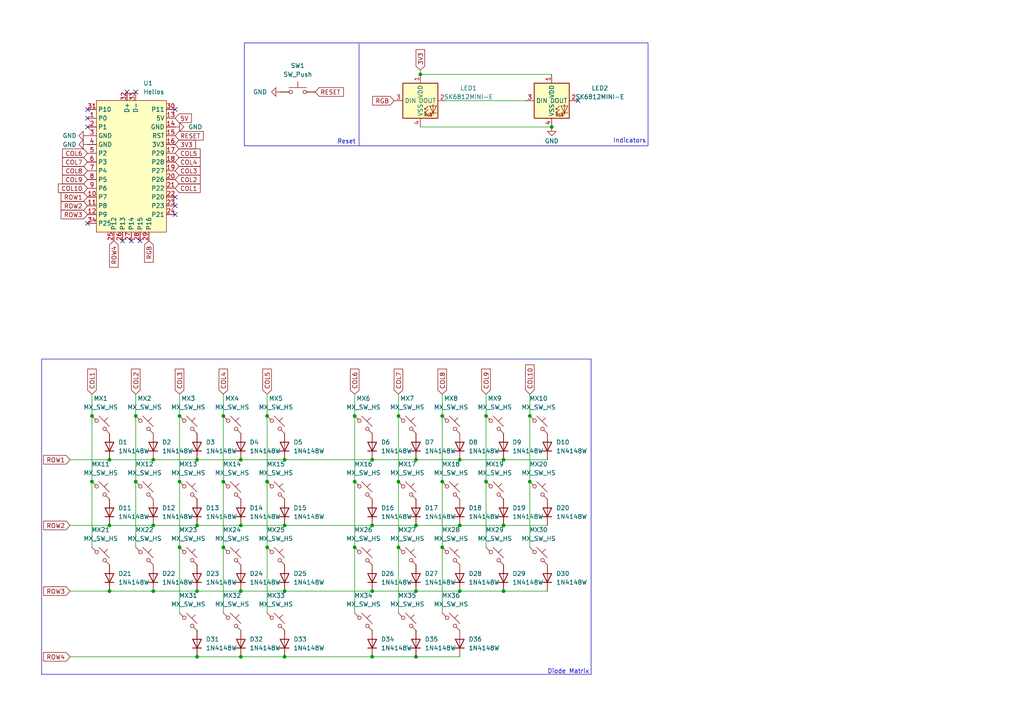
<source format=kicad_sch>
(kicad_sch (version 20231120) (generator "eeschema") (generator_version "8.0")
  (paper "A4")
  (lib_symbols
    (symbol "Diode:1N4148W" (pin_numbers hide) (pin_names hide)
      (property "Reference" "D" (at 0 2.54 0))
      (property "Value" "1N4148W" (at 0 -2.54 0))
      (symbol "1N4148W_0_1"
        (polyline (pts (xy -1.27 1.27) (xy -1.27 -1.27)) (stroke (width 0.254)))
        (polyline (pts (xy 1.27 0) (xy -1.27 0)))
        (polyline (pts (xy 1.27 1.27) (xy 1.27 -1.27) (xy -1.27 0) (xy 1.27 1.27)) (stroke (width 0.254)))
      )
      (symbol "1N4148W_1_1"
        (pin passive line (at -3.81 0 0) (length 2.54) (name "K") (number "1"))
        (pin passive line (at 3.81 0 180) (length 2.54) (name "A") (number "2"))
      )
    )
    (symbol "PCM_marbastlib-mx:MX_SW_HS_CPG151101S11" (pin_numbers hide) (pin_names (offset 1.016) hide)
      (property "Reference" "MX" (at 3.048 1.016 0))
      (property "Value" "MX_SW_HS" (at 0 -3.81 0))
      (symbol "MX_SW_HS_CPG151101S11_0_1"
        (circle (center -1.1684 1.1684) (radius 0.508))
        (polyline (pts (xy -0.508 2.54) (xy 2.54 -0.508)))
        (polyline (pts (xy 1.016 1.016) (xy 2.032 2.032)))
        (polyline (pts (xy -2.54 2.54) (xy -1.524 1.524) (xy -1.524 1.524)))
        (polyline (pts (xy 1.524 -1.524) (xy 2.54 -2.54) (xy 2.54 -2.54) (xy 2.54 -2.54)))
        (circle (center 1.143 -1.1938) (radius 0.508))
        (pin passive line (at -2.54 2.54 0) (length 0) (name "1") (number "1"))
        (pin passive line (at 2.54 -2.54 180) (length 0) (name "2") (number "2"))
      )
    )
    (symbol "PCM_marbastlib-various:SK6812MINI-E"
      (property "Reference" "LED" (at 2.54 6.35 0))
      (property "Value" "SK6812MINI-E" (at 7.62 -6.35 0))
      (symbol "SK6812MINI-E_0_0"
        (text "RGB" (at 2.286 -4.191 0) (effects (font (size 0.762 0.762))))
      )
      (symbol "SK6812MINI-E_0_1"
        (polyline (pts (xy 1.27 -3.556) (xy 1.778 -3.556)))
        (polyline (pts (xy 1.27 -2.54) (xy 1.778 -2.54)))
        (polyline (pts (xy 4.699 -3.556) (xy 2.667 -3.556)))
        (polyline (pts (xy 2.286 -2.54) (xy 1.27 -3.556) (xy 1.27 -3.048)))
        (polyline (pts (xy 2.286 -1.524) (xy 1.27 -2.54) (xy 1.27 -2.032)))
        (polyline (pts (xy 3.683 -1.016) (xy 3.683 -3.556) (xy 3.683 -4.064)))
        (polyline (pts (xy 4.699 -1.524) (xy 2.667 -1.524) (xy 3.683 -3.556) (xy 4.699 -1.524)))
        (rectangle (start 5.08 5.08) (end -5.08 -5.08) (stroke (width 0.254)) (fill (type background)))
      )
      (symbol "SK6812MINI-E_1_1"
        (pin power_in line (at 0 7.62 270) (length 2.54) (name "VDD") (number "1"))
        (pin output line (at 7.62 0 180) (length 2.54) (name "DOUT") (number "2"))
        (pin input line (at -7.62 0 0) (length 2.54) (name "DIN") (number "3"))
        (pin power_in line (at 0 -7.62 90) (length 2.54) (name "VSS") (number "4"))
      )
    )
    (symbol "Switch:SW_Push" (pin_numbers hide) (pin_names (offset 1.016) hide)
      (property "Reference" "SW" (at 1.27 2.54 0))
      (property "Value" "SW_Push" (at 0 -1.524 0))
      (symbol "SW_Push_0_1"
        (circle (center -2.032 0) (radius 0.508))
        (polyline (pts (xy 0 1.27) (xy 0 3.048)))
        (polyline (pts (xy 2.54 1.27) (xy -2.54 1.27)))
        (circle (center 2.032 0) (radius 0.508))
        (pin passive line (at -5.08 0 0) (length 2.54) (name "1") (number "1"))
        (pin passive line (at 5.08 0 180) (length 2.54) (name "2") (number "2"))
      )
    )
    (symbol "marbastlib-promicroish:Helios" (in_bom no)
      (property "Reference" "U" (at -7.62 22.86 0))
      (property "Value" "Helios" (at -7.62 20.32 0))
      (symbol "Helios_0_0"
        (pin bidirectional line (at -12.7 13.97 0) (length 2.54) (name "P0") (number "1"))
        (pin bidirectional line (at -12.7 -8.89 0) (length 2.54) (name "P7") (number "10"))
        (pin bidirectional line (at -12.7 -11.43 0) (length 2.54) (name "P8") (number "11"))
        (pin bidirectional line (at -12.7 -13.97 0) (length 2.54) (name "P9") (number "12"))
        (pin power_out line (at 12.7 11.43 180) (length 2.54) (name "GND") (number "14"))
        (pin bidirectional line (at 12.7 8.89 180) (length 2.54) (name "RST") (number "15"))
        (pin bidirectional line (at 12.7 3.81 180) (length 2.54) (name "P29") (number "17"))
        (pin bidirectional line (at 12.7 1.27 180) (length 2.54) (name "P28") (number "18"))
        (pin bidirectional line (at 12.7 -1.27 180) (length 2.54) (name "P27") (number "19"))
        (pin bidirectional line (at -12.7 11.43 0) (length 2.54) (name "P1") (number "2"))
        (pin bidirectional line (at 12.7 -3.81 180) (length 2.54) (name "P26") (number "20"))
        (pin bidirectional line (at 12.7 -6.35 180) (length 2.54) (name "P22") (number "21"))
        (pin bidirectional line (at 12.7 -8.89 180) (length 2.54) (name "P20") (number "22"))
        (pin bidirectional line (at 12.7 -11.43 180) (length 2.54) (name "P23") (number "23"))
        (pin bidirectional line (at 12.7 -13.97 180) (length 2.54) (name "P21") (number "24"))
        (pin power_out line (at -12.7 8.89 0) (length 2.54) (name "GND") (number "3"))
        (pin power_out line (at -12.7 6.35 0) (length 2.54) (name "GND") (number "4"))
        (pin bidirectional line (at -12.7 3.81 0) (length 2.54) (name "P2") (number "5"))
        (pin bidirectional line (at -12.7 1.27 0) (length 2.54) (name "P3") (number "6"))
        (pin bidirectional line (at -12.7 -1.27 0) (length 2.54) (name "P4") (number "7"))
        (pin bidirectional line (at -12.7 -3.81 0) (length 2.54) (name "P5") (number "8"))
        (pin bidirectional line (at -12.7 -6.35 0) (length 2.54) (name "P6") (number "9"))
      )
      (symbol "Helios_1_0"
        (pin bidirectional line (at 12.7 13.97 180) (length 2.54) (name "5V") (number "13"))
        (pin power_out line (at 12.7 6.35 180) (length 2.54) (name "3V3") (number "16"))
        (pin bidirectional line (at -5.08 -21.59 90) (length 2.54) (name "P12") (number "25"))
        (pin bidirectional line (at -2.54 -21.59 90) (length 2.54) (name "P13") (number "26"))
        (pin bidirectional line (at 0 -21.59 90) (length 2.54) (name "P14") (number "27"))
        (pin bidirectional line (at 2.54 -21.59 90) (length 2.54) (name "P15") (number "28"))
        (pin bidirectional line (at 5.08 -21.59 90) (length 2.54) (name "P16") (number "29"))
        (pin power_in line (at 12.7 16.51 180) (length 2.54) (name "P11") (number "30"))
        (pin bidirectional line (at -12.7 16.51 0) (length 2.54) (name "P10") (number "31"))
        (pin bidirectional line (at -1.27 21.59 270) (length 2.54) (name "D+") (number "32"))
        (pin bidirectional line (at 1.27 21.59 270) (length 2.54) (name "D-") (number "33"))
        (pin bidirectional line (at -12.7 -16.51 0) (length 2.54) (name "P25") (number "34"))
      )
      (symbol "Helios_1_1"
        (rectangle (start -10.16 19.05) (end 10.16 -19.05) (fill (type background)))
      )
    )
    (symbol "power:GND" (power) (pin_numbers hide) (pin_names (offset 0) hide)
      (property "Value" "GND" (at 0 -3.81 0))
      (symbol "GND_0_1"
        (polyline (pts (xy 0 0) (xy 0 -1.27) (xy 1.27 -1.27) (xy 0 -2.54) (xy -1.27 -1.27) (xy 0 -1.27)))
      )
      (symbol "GND_1_1"
        (pin power_in line (at 0 0 270) (length 0) (name "~") (number "1"))
      )
    )
  )
  (junction (at 64.77 158.75))
  (junction (at 77.47 158.75))
  (junction (at 26.67 120.65))
  (junction (at 39.37 120.65))
  (junction (at 57.15 190.5))
  (junction (at 160.02 36.83))
  (junction (at 107.95 171.45))
  (junction (at 133.35 171.45))
  (junction (at 69.85 171.45))
  (junction (at 57.15 152.4))
  (junction (at 140.97 139.7))
  (junction (at 146.05 133.35))
  (junction (at 44.45 133.35))
  (junction (at 52.07 120.65))
  (junction (at 146.05 171.45))
  (junction (at 120.65 133.35))
  (junction (at 52.07 158.75))
  (junction (at 39.37 139.7))
  (junction (at 77.47 120.65))
  (junction (at 82.55 171.45))
  (junction (at 153.67 120.65))
  (junction (at 107.95 133.35))
  (junction (at 115.57 120.65))
  (junction (at 31.75 133.35))
  (junction (at 153.67 139.7))
  (junction (at 140.97 120.65))
  (junction (at 120.65 152.4))
  (junction (at 31.75 171.45))
  (junction (at 128.27 139.7))
  (junction (at 115.57 139.7))
  (junction (at 57.15 133.35))
  (junction (at 102.87 139.7))
  (junction (at 115.57 158.75))
  (junction (at 77.47 139.7))
  (junction (at 107.95 152.4))
  (junction (at 102.87 158.75))
  (junction (at 107.95 190.5))
  (junction (at 31.75 152.4))
  (junction (at 121.92 21.59))
  (junction (at 120.65 190.5))
  (junction (at 102.87 120.65))
  (junction (at 133.35 133.35))
  (junction (at 120.65 171.45))
  (junction (at 52.07 139.7))
  (junction (at 26.67 139.7))
  (junction (at 64.77 120.65))
  (junction (at 82.55 133.35))
  (junction (at 128.27 120.65))
  (junction (at 69.85 133.35))
  (junction (at 82.55 152.4))
  (junction (at 128.27 158.75))
  (junction (at 69.85 152.4))
  (junction (at 82.55 190.5))
  (junction (at 64.77 139.7))
  (junction (at 133.35 152.4))
  (junction (at 146.05 152.4))
  (junction (at 69.85 190.5))
  (junction (at 57.15 171.45))
  (junction (at 44.45 171.45))
  (junction (at 44.45 152.4))
  (no_connect (at 25.4 34.29))
  (no_connect (at 25.4 64.77))
  (no_connect (at 25.4 31.75))
  (no_connect (at 39.37 26.67))
  (no_connect (at 50.8 62.23))
  (no_connect (at 50.8 57.15))
  (no_connect (at 38.1 69.85))
  (no_connect (at 50.8 59.69))
  (no_connect (at 50.8 31.75))
  (no_connect (at 35.56 69.85))
  (no_connect (at 25.4 36.83))
  (no_connect (at 167.64 29.21))
  (no_connect (at 40.64 69.85))
  (no_connect (at 36.83 26.67))
  (wire (pts (xy 153.67 120.65) (xy 153.67 139.7)))
  (wire (pts (xy 82.55 133.35) (xy 107.95 133.35)))
  (wire (pts (xy 52.07 114.3) (xy 52.07 120.65)))
  (wire (pts (xy 44.45 171.45) (xy 57.15 171.45)))
  (wire (pts (xy 153.67 139.7) (xy 153.67 158.75)))
  (wire (pts (xy 57.15 190.5) (xy 69.85 190.5)))
  (wire (pts (xy 140.97 114.3) (xy 140.97 120.65)))
  (wire (pts (xy 52.07 120.65) (xy 52.07 139.7)))
  (wire (pts (xy 102.87 114.3) (xy 102.87 120.65)))
  (wire (pts (xy 102.87 120.65) (xy 102.87 139.7)))
  (wire (pts (xy 39.37 114.3) (xy 39.37 120.65)))
  (wire (pts (xy 120.65 133.35) (xy 133.35 133.35)))
  (wire (pts (xy 69.85 152.4) (xy 82.55 152.4)))
  (wire (pts (xy 64.77 158.75) (xy 64.77 177.8)))
  (wire (pts (xy 128.27 139.7) (xy 128.27 158.75)))
  (wire (pts (xy 26.67 114.3) (xy 26.67 120.65)))
  (wire (pts (xy 69.85 133.35) (xy 82.55 133.35)))
  (wire (pts (xy 102.87 158.75) (xy 102.87 177.8)))
  (wire (pts (xy 64.77 114.3) (xy 64.77 120.65)))
  (wire (pts (xy 128.27 158.75) (xy 128.27 177.8)))
  (wire (pts (xy 64.77 139.7) (xy 64.77 158.75)))
  (wire (pts (xy 140.97 120.65) (xy 140.97 139.7)))
  (wire (pts (xy 107.95 171.45) (xy 120.65 171.45)))
  (wire (pts (xy 31.75 152.4) (xy 44.45 152.4)))
  (wire (pts (xy 140.97 139.7) (xy 140.97 158.75)))
  (wire (pts (xy 39.37 120.65) (xy 39.37 139.7)))
  (polyline (pts (xy 104.14 12.7) (xy 104.14 42.164)))
  (wire (pts (xy 20.32 133.35) (xy 31.75 133.35)))
  (wire (pts (xy 82.55 190.5) (xy 107.95 190.5)))
  (wire (pts (xy 82.55 171.45) (xy 107.95 171.45)))
  (wire (pts (xy 121.92 36.83) (xy 160.02 36.83)))
  (wire (pts (xy 44.45 133.35) (xy 57.15 133.35)))
  (wire (pts (xy 146.05 133.35) (xy 158.75 133.35)))
  (wire (pts (xy 120.65 190.5) (xy 133.35 190.5)))
  (wire (pts (xy 82.55 152.4) (xy 107.95 152.4)))
  (wire (pts (xy 52.07 139.7) (xy 52.07 158.75)))
  (wire (pts (xy 77.47 114.3) (xy 77.47 120.65)))
  (wire (pts (xy 146.05 152.4) (xy 158.75 152.4)))
  (wire (pts (xy 133.35 171.45) (xy 146.05 171.45)))
  (wire (pts (xy 57.15 171.45) (xy 69.85 171.45)))
  (wire (pts (xy 77.47 120.65) (xy 77.47 139.7)))
  (wire (pts (xy 77.47 139.7) (xy 77.47 158.75)))
  (wire (pts (xy 115.57 139.7) (xy 115.57 158.75)))
  (wire (pts (xy 133.35 133.35) (xy 146.05 133.35)))
  (wire (pts (xy 107.95 152.4) (xy 120.65 152.4)))
  (wire (pts (xy 128.27 114.3) (xy 128.27 120.65)))
  (wire (pts (xy 31.75 133.35) (xy 44.45 133.35)))
  (wire (pts (xy 107.95 190.5) (xy 120.65 190.5)))
  (wire (pts (xy 128.27 120.65) (xy 128.27 139.7)))
  (wire (pts (xy 77.47 158.75) (xy 77.47 177.8)))
  (wire (pts (xy 44.45 152.4) (xy 57.15 152.4)))
  (wire (pts (xy 20.32 190.5) (xy 57.15 190.5)))
  (wire (pts (xy 20.32 171.45) (xy 31.75 171.45)))
  (wire (pts (xy 102.87 139.7) (xy 102.87 158.75)))
  (wire (pts (xy 20.32 152.4) (xy 31.75 152.4)))
  (wire (pts (xy 64.77 120.65) (xy 64.77 139.7)))
  (wire (pts (xy 129.54 29.21) (xy 152.4 29.21)))
  (wire (pts (xy 120.65 171.45) (xy 133.35 171.45)))
  (wire (pts (xy 107.95 133.35) (xy 120.65 133.35)))
  (wire (pts (xy 120.65 152.4) (xy 133.35 152.4)))
  (wire (pts (xy 69.85 190.5) (xy 82.55 190.5)))
  (wire (pts (xy 146.05 171.45) (xy 158.75 171.45)))
  (wire (pts (xy 26.67 139.7) (xy 26.67 158.75)))
  (wire (pts (xy 115.57 158.75) (xy 115.57 177.8)))
  (wire (pts (xy 121.92 20.32) (xy 121.92 21.59)))
  (wire (pts (xy 115.57 114.3) (xy 115.57 120.65)))
  (wire (pts (xy 26.67 120.65) (xy 26.67 139.7)))
  (wire (pts (xy 31.75 171.45) (xy 44.45 171.45)))
  (wire (pts (xy 153.67 114.3) (xy 153.67 120.65)))
  (wire (pts (xy 133.35 152.4) (xy 146.05 152.4)))
  (wire (pts (xy 57.15 133.35) (xy 69.85 133.35)))
  (wire (pts (xy 121.92 21.59) (xy 160.02 21.59)))
  (wire (pts (xy 69.85 171.45) (xy 82.55 171.45)))
  (wire (pts (xy 52.07 158.75) (xy 52.07 177.8)))
  (wire (pts (xy 115.57 120.65) (xy 115.57 139.7)))
  (wire (pts (xy 39.37 139.7) (xy 39.37 158.75)))
  (wire (pts (xy 57.15 152.4) (xy 69.85 152.4)))
  (rectangle (start 70.866 12.446) (end 187.96 42.291))
  (rectangle (start 12.065 104.14) (end 171.45 195.58))
  (text "Indicators" (at 177.8 41.656 0) (effects (font (size 1.27 1.27)) (justify left bottom)))
  (text "Reset" (at 97.79 41.91 0) (effects (font (size 1.27 1.27)) (justify left bottom)))
  (text "Diode Matrix" (at 158.75 195.58 0) (effects (font (size 1.27 1.27)) (justify left bottom)))
  (global_label "COL6" (shape input) (at 102.87 114.3 90) (property "Intersheetrefs" "${INTERSHEET_REFS}" (effects (hide yes))))
  (global_label "COL1" (shape input) (at 26.67 114.3 90) (property "Intersheetrefs" "${INTERSHEET_REFS}" (effects (hide yes))))
  (global_label "3V3" (shape input) (at 50.8 41.91 0) (property "Intersheetrefs" "${INTERSHEET_REFS}" (effects (hide yes))))
  (global_label "ROW3" (shape input) (at 25.4 62.23 180) (property "Intersheetrefs" "${INTERSHEET_REFS}" (effects (hide yes))))
  (global_label "RGB" (shape input) (at 43.18 69.85 270) (property "Intersheetrefs" "${INTERSHEET_REFS}" (effects (hide yes))))
  (global_label "ROW3" (shape input) (at 20.32 171.45 180) (property "Intersheetrefs" "${INTERSHEET_REFS}" (effects (hide yes))))
  (global_label "COL1" (shape input) (at 50.8 54.61 0) (property "Intersheetrefs" "${INTERSHEET_REFS}" (effects (hide yes))))
  (global_label "COL4" (shape input) (at 50.8 46.99 0) (property "Intersheetrefs" "${INTERSHEET_REFS}" (effects (hide yes))))
  (global_label "ROW2" (shape input) (at 25.4 59.69 180) (property "Intersheetrefs" "${INTERSHEET_REFS}" (effects (hide yes))))
  (global_label "COL8" (shape input) (at 25.4 49.53 180) (property "Intersheetrefs" "${INTERSHEET_REFS}" (effects (hide yes))))
  (global_label "3V3" (shape input) (at 121.92 20.32 90) (property "Intersheetrefs" "${INTERSHEET_REFS}" (effects (hide yes))))
  (global_label "RESET" (shape input) (at 91.44 26.67 0) (property "Intersheetrefs" "${INTERSHEET_REFS}" (effects (hide yes))))
  (global_label "ROW4" (shape input) (at 20.32 190.5 180) (property "Intersheetrefs" "${INTERSHEET_REFS}" (effects (hide yes))))
  (global_label "COL10" (shape input) (at 153.67 114.3 90) (property "Intersheetrefs" "${INTERSHEET_REFS}" (effects (hide yes))))
  (global_label "COL8" (shape input) (at 128.27 114.3 90) (property "Intersheetrefs" "${INTERSHEET_REFS}" (effects (hide yes))))
  (global_label "5V" (shape input) (at 50.8 34.29 0) (property "Intersheetrefs" "${INTERSHEET_REFS}" (effects (hide yes))))
  (global_label "COL7" (shape input) (at 25.4 46.99 180) (property "Intersheetrefs" "${INTERSHEET_REFS}" (effects (hide yes))))
  (global_label "ROW1" (shape input) (at 20.32 133.35 180) (property "Intersheetrefs" "${INTERSHEET_REFS}" (effects (hide yes))))
  (global_label "COL9" (shape input) (at 140.97 114.3 90) (property "Intersheetrefs" "${INTERSHEET_REFS}" (effects (hide yes))))
  (global_label "ROW2" (shape input) (at 20.32 152.4 180) (property "Intersheetrefs" "${INTERSHEET_REFS}" (effects (hide yes))))
  (global_label "COL4" (shape input) (at 64.77 114.3 90) (property "Intersheetrefs" "${INTERSHEET_REFS}" (effects (hide yes))))
  (global_label "COL10" (shape input) (at 25.4 54.61 180) (property "Intersheetrefs" "${INTERSHEET_REFS}" (effects (hide yes))))
  (global_label "COL7" (shape input) (at 115.57 114.3 90) (property "Intersheetrefs" "${INTERSHEET_REFS}" (effects (hide yes))))
  (global_label "ROW1" (shape input) (at 25.4 57.15 180) (property "Intersheetrefs" "${INTERSHEET_REFS}" (effects (hide yes))))
  (global_label "COL5" (shape input) (at 50.8 44.45 0) (property "Intersheetrefs" "${INTERSHEET_REFS}" (effects (hide yes))))
  (global_label "COL3" (shape input) (at 52.07 114.3 90) (property "Intersheetrefs" "${INTERSHEET_REFS}" (effects (hide yes))))
  (global_label "RGB" (shape input) (at 114.3 29.21 180) (property "Intersheetrefs" "${INTERSHEET_REFS}" (effects (hide yes))))
  (global_label "COL2" (shape input) (at 50.8 52.07 0) (property "Intersheetrefs" "${INTERSHEET_REFS}" (effects (hide yes))))
  (global_label "COL6" (shape input) (at 25.4 44.45 180) (property "Intersheetrefs" "${INTERSHEET_REFS}" (effects (hide yes))))
  (global_label "COL9" (shape input) (at 25.4 52.07 180) (property "Intersheetrefs" "${INTERSHEET_REFS}" (effects (hide yes))))
  (global_label "RESET" (shape input) (at 50.8 39.37 0) (property "Intersheetrefs" "${INTERSHEET_REFS}" (effects (hide yes))))
  (global_label "COL5" (shape input) (at 77.47 114.3 90) (property "Intersheetrefs" "${INTERSHEET_REFS}" (effects (hide yes))))
  (global_label "ROW4" (shape input) (at 33.02 69.85 270) (property "Intersheetrefs" "${INTERSHEET_REFS}" (effects (hide yes))))
  (global_label "COL3" (shape input) (at 50.8 49.53 0) (property "Intersheetrefs" "${INTERSHEET_REFS}" (effects (hide yes))))
  (global_label "COL2" (shape input) (at 39.37 114.3 90) (property "Intersheetrefs" "${INTERSHEET_REFS}" (effects (hide yes))))
  (symbol (lib_id "PCM_marbastlib-mx:MX_SW_HS_CPG151101S11") (at 143.51 142.24 0) (unit 1)
    (property "Reference" "MX19" (at 143.51 134.62 0))
    (property "Value" "MX_SW_HS" (at 143.51 137.16 0))
    (property "Footprint" "PCM_marbastlib-mx:SW_MX_HS_CPG151101S11_1u" (effects (hide yes)))
    (property "Description" "Push button switch, normally open, two pins, 45° tilted, Kailh CPG151101S11 for Cherry MX style switches" (effects (hide yes)))
  )
  (symbol (lib_id "PCM_marbastlib-mx:MX_SW_HS_CPG151101S11") (at 67.31 123.19 0) (unit 1)
    (property "Reference" "MX4" (at 67.31 115.57 0))
    (property "Value" "MX_SW_HS" (at 67.31 118.11 0))
    (property "Footprint" "PCM_marbastlib-mx:SW_MX_HS_CPG151101S11_1u" (effects (hide yes)))
    (property "Description" "Push button switch, normally open, two pins, 45° tilted, Kailh CPG151101S11 for Cherry MX style switches" (effects (hide yes)))
  )
  (symbol (lib_id "Diode:1N4148W") (at 107.95 129.54 90) (unit 1)
    (property "Reference" "D6" (at 110.49 128.27 90) (effects (justify right)))
    (property "Value" "1N4148W" (at 110.49 130.81 90) (effects (justify right)))
    (property "Footprint" "Diode_SMD:D_SOD-123" (effects (hide yes)))
    (property "Datasheet" "https://www.vishay.com/docs/85748/1n4148w.pdf" (effects (hide yes)))
    (property "Description" "75V 0.15A Fast Switching Diode, SOD-123" (effects (hide yes)))
    (property "Sim.Device" "D" (effects (hide yes)))
    (property "Sim.Pins" "1=K 2=A" (effects (hide yes)))
  )
  (symbol (lib_id "PCM_marbastlib-mx:MX_SW_HS_CPG151101S11") (at 118.11 142.24 0) (unit 1)
    (property "Reference" "MX17" (at 118.11 134.62 0))
    (property "Value" "MX_SW_HS" (at 118.11 137.16 0))
    (property "Footprint" "PCM_marbastlib-mx:SW_MX_HS_CPG151101S11_1u" (effects (hide yes)))
    (property "Description" "Push button switch, normally open, two pins, 45° tilted, Kailh CPG151101S11 for Cherry MX style switches" (effects (hide yes)))
  )
  (symbol (lib_id "Diode:1N4148W") (at 44.45 129.54 90) (unit 1)
    (property "Reference" "D2" (at 46.99 128.27 90) (effects (justify right)))
    (property "Value" "1N4148W" (at 46.99 130.81 90) (effects (justify right)))
    (property "Footprint" "Diode_SMD:D_SOD-123" (effects (hide yes)))
    (property "Datasheet" "https://www.vishay.com/docs/85748/1n4148w.pdf" (effects (hide yes)))
    (property "Description" "75V 0.15A Fast Switching Diode, SOD-123" (effects (hide yes)))
    (property "Sim.Device" "D" (effects (hide yes)))
    (property "Sim.Pins" "1=K 2=A" (effects (hide yes)))
  )
  (symbol (lib_id "Diode:1N4148W") (at 82.55 148.59 90) (unit 1)
    (property "Reference" "D15" (at 85.09 147.32 90) (effects (justify right)))
    (property "Value" "1N4148W" (at 85.09 149.86 90) (effects (justify right)))
    (property "Footprint" "Diode_SMD:D_SOD-123" (effects (hide yes)))
    (property "Datasheet" "https://www.vishay.com/docs/85748/1n4148w.pdf" (effects (hide yes)))
    (property "Description" "75V 0.15A Fast Switching Diode, SOD-123" (effects (hide yes)))
    (property "Sim.Device" "D" (effects (hide yes)))
    (property "Sim.Pins" "1=K 2=A" (effects (hide yes)))
  )
  (symbol (lib_id "PCM_marbastlib-mx:MX_SW_HS_CPG151101S11") (at 54.61 161.29 0) (unit 1)
    (property "Reference" "MX23" (at 54.61 153.67 0))
    (property "Value" "MX_SW_HS" (at 54.61 156.21 0))
    (property "Footprint" "PCM_marbastlib-mx:SW_MX_HS_CPG151101S11_1u" (effects (hide yes)))
    (property "Description" "Push button switch, normally open, two pins, 45° tilted, Kailh CPG151101S11 for Cherry MX style switches" (effects (hide yes)))
  )
  (symbol (lib_id "Diode:1N4148W") (at 31.75 148.59 90) (unit 1)
    (property "Reference" "D11" (at 34.29 147.32 90) (effects (justify right)))
    (property "Value" "1N4148W" (at 34.29 149.86 90) (effects (justify right)))
    (property "Footprint" "Diode_SMD:D_SOD-123" (effects (hide yes)))
    (property "Datasheet" "https://www.vishay.com/docs/85748/1n4148w.pdf" (effects (hide yes)))
    (property "Description" "75V 0.15A Fast Switching Diode, SOD-123" (effects (hide yes)))
    (property "Sim.Device" "D" (effects (hide yes)))
    (property "Sim.Pins" "1=K 2=A" (effects (hide yes)))
  )
  (symbol (lib_id "PCM_marbastlib-mx:MX_SW_HS_CPG151101S11") (at 29.21 142.24 0) (unit 1)
    (property "Reference" "MX11" (at 29.21 134.62 0))
    (property "Value" "MX_SW_HS" (at 29.21 137.16 0))
    (property "Footprint" "PCM_marbastlib-mx:SW_MX_HS_CPG151101S11_1u" (effects (hide yes)))
    (property "Description" "Push button switch, normally open, two pins, 45° tilted, Kailh CPG151101S11 for Cherry MX style switches" (effects (hide yes)))
  )
  (symbol (lib_id "PCM_marbastlib-mx:MX_SW_HS_CPG151101S11") (at 156.21 142.24 0) (unit 1)
    (property "Reference" "MX20" (at 156.21 134.62 0))
    (property "Value" "MX_SW_HS" (at 156.21 137.16 0))
    (property "Footprint" "PCM_marbastlib-mx:SW_MX_HS_CPG151101S11_1u" (effects (hide yes)))
    (property "Description" "Push button switch, normally open, two pins, 45° tilted, Kailh CPG151101S11 for Cherry MX style switches" (effects (hide yes)))
  )
  (symbol (lib_id "PCM_marbastlib-mx:MX_SW_HS_CPG151101S11") (at 54.61 123.19 0) (unit 1)
    (property "Reference" "MX3" (at 54.61 115.57 0))
    (property "Value" "MX_SW_HS" (at 54.61 118.11 0))
    (property "Footprint" "PCM_marbastlib-mx:SW_MX_HS_CPG151101S11_1u" (effects (hide yes)))
    (property "Description" "Push button switch, normally open, two pins, 45° tilted, Kailh CPG151101S11 for Cherry MX style switches" (effects (hide yes)))
  )
  (symbol (lib_id "power:GND") (at 81.28 26.67 270) (unit 1)
    (property "Reference" "#PWR02" (effects (hide yes)))
    (property "Value" "GND" (at 77.47 26.67 90) (effects (justify right)))
    (property "Description" "Power symbol creates a global label with name \"GND\" , ground" (effects (hide yes)))
  )
  (symbol (lib_id "PCM_marbastlib-mx:MX_SW_HS_CPG151101S11") (at 80.01 180.34 0) (unit 1)
    (property "Reference" "MX33" (at 80.01 172.72 0))
    (property "Value" "MX_SW_HS" (at 80.01 175.26 0))
    (property "Footprint" "PCM_marbastlib-mx:SW_MX_HS_CPG151101S11_1u" (effects (hide yes)))
    (property "Description" "Push button switch, normally open, two pins, 45° tilted, Kailh CPG151101S11 for Cherry MX style switches" (effects (hide yes)))
  )
  (symbol (lib_id "PCM_marbastlib-mx:MX_SW_HS_CPG151101S11") (at 29.21 123.19 0) (unit 1)
    (property "Reference" "MX1" (at 29.21 115.57 0))
    (property "Value" "MX_SW_HS" (at 29.21 118.11 0))
    (property "Footprint" "PCM_marbastlib-mx:SW_MX_HS_CPG151101S11_1u" (effects (hide yes)))
    (property "Description" "Push button switch, normally open, two pins, 45° tilted, Kailh CPG151101S11 for Cherry MX style switches" (effects (hide yes)))
  )
  (symbol (lib_id "Diode:1N4148W") (at 31.75 129.54 90) (unit 1)
    (property "Reference" "D1" (at 34.29 128.27 90) (effects (justify right)))
    (property "Value" "1N4148W" (at 34.29 130.81 90) (effects (justify right)))
    (property "Footprint" "Diode_SMD:D_SOD-123" (effects (hide yes)))
    (property "Datasheet" "https://www.vishay.com/docs/85748/1n4148w.pdf" (effects (hide yes)))
    (property "Description" "75V 0.15A Fast Switching Diode, SOD-123" (effects (hide yes)))
    (property "Sim.Device" "D" (effects (hide yes)))
    (property "Sim.Pins" "1=K 2=A" (effects (hide yes)))
  )
  (symbol (lib_id "PCM_marbastlib-mx:MX_SW_HS_CPG151101S11") (at 105.41 142.24 0) (unit 1)
    (property "Reference" "MX16" (at 105.41 134.62 0))
    (property "Value" "MX_SW_HS" (at 105.41 137.16 0))
    (property "Footprint" "PCM_marbastlib-mx:SW_MX_HS_CPG151101S11_1u" (effects (hide yes)))
    (property "Description" "Push button switch, normally open, two pins, 45° tilted, Kailh CPG151101S11 for Cherry MX style switches" (effects (hide yes)))
  )
  (symbol (lib_id "marbastlib-promicroish:Helios") (at 38.1 48.26 0) (unit 1) (exclude_from_sim yes) (in_bom no)
    (property "Reference" "U1" (at 41.5641 24.13 0) (effects (justify left)))
    (property "Value" "Helios" (at 41.5641 26.67 0) (effects (justify left)))
    (property "Footprint" "PCM_marbastlib-xp-promicroish:Helios_ACH" (effects (hide yes)))
    (property "Datasheet" "https://github.com/0xCB-dev/0xCB-Helios" (effects (hide yes)))
  )
  (symbol (lib_id "Diode:1N4148W") (at 44.45 148.59 90) (unit 1)
    (property "Reference" "D12" (at 46.99 147.32 90) (effects (justify right)))
    (property "Value" "1N4148W" (at 46.99 149.86 90) (effects (justify right)))
    (property "Footprint" "Diode_SMD:D_SOD-123" (effects (hide yes)))
    (property "Datasheet" "https://www.vishay.com/docs/85748/1n4148w.pdf" (effects (hide yes)))
    (property "Description" "75V 0.15A Fast Switching Diode, SOD-123" (effects (hide yes)))
    (property "Sim.Device" "D" (effects (hide yes)))
    (property "Sim.Pins" "1=K 2=A" (effects (hide yes)))
  )
  (symbol (lib_id "Diode:1N4148W") (at 133.35 129.54 90) (unit 1)
    (property "Reference" "D8" (at 135.89 128.27 90) (effects (justify right)))
    (property "Value" "1N4148W" (at 135.89 130.81 90) (effects (justify right)))
    (property "Footprint" "Diode_SMD:D_SOD-123" (effects (hide yes)))
    (property "Datasheet" "https://www.vishay.com/docs/85748/1n4148w.pdf" (effects (hide yes)))
    (property "Description" "75V 0.15A Fast Switching Diode, SOD-123" (effects (hide yes)))
    (property "Sim.Device" "D" (effects (hide yes)))
    (property "Sim.Pins" "1=K 2=A" (effects (hide yes)))
  )
  (symbol (lib_id "Diode:1N4148W") (at 57.15 148.59 90) (unit 1)
    (property "Reference" "D13" (at 59.69 147.32 90) (effects (justify right)))
    (property "Value" "1N4148W" (at 59.69 149.86 90) (effects (justify right)))
    (property "Footprint" "Diode_SMD:D_SOD-123" (effects (hide yes)))
    (property "Datasheet" "https://www.vishay.com/docs/85748/1n4148w.pdf" (effects (hide yes)))
    (property "Description" "75V 0.15A Fast Switching Diode, SOD-123" (effects (hide yes)))
    (property "Sim.Device" "D" (effects (hide yes)))
    (property "Sim.Pins" "1=K 2=A" (effects (hide yes)))
  )
  (symbol (lib_id "Diode:1N4148W") (at 69.85 129.54 90) (unit 1)
    (property "Reference" "D4" (at 72.39 128.27 90) (effects (justify right)))
    (property "Value" "1N4148W" (at 72.39 130.81 90) (effects (justify right)))
    (property "Footprint" "Diode_SMD:D_SOD-123" (effects (hide yes)))
    (property "Datasheet" "https://www.vishay.com/docs/85748/1n4148w.pdf" (effects (hide yes)))
    (property "Description" "75V 0.15A Fast Switching Diode, SOD-123" (effects (hide yes)))
    (property "Sim.Device" "D" (effects (hide yes)))
    (property "Sim.Pins" "1=K 2=A" (effects (hide yes)))
  )
  (symbol (lib_id "power:GND") (at 25.4 41.91 270) (unit 1)
    (property "Reference" "#PWR04" (effects (hide yes)))
    (property "Value" "GND" (at 22.225 41.91 90) (effects (justify right)))
    (property "Description" "Power symbol creates a global label with name \"GND\" , ground" (effects (hide yes)))
  )
  (symbol (lib_id "Diode:1N4148W") (at 107.95 148.59 90) (unit 1)
    (property "Reference" "D16" (at 110.49 147.32 90) (effects (justify right)))
    (property "Value" "1N4148W" (at 110.49 149.86 90) (effects (justify right)))
    (property "Footprint" "Diode_SMD:D_SOD-123" (effects (hide yes)))
    (property "Datasheet" "https://www.vishay.com/docs/85748/1n4148w.pdf" (effects (hide yes)))
    (property "Description" "75V 0.15A Fast Switching Diode, SOD-123" (effects (hide yes)))
    (property "Sim.Device" "D" (effects (hide yes)))
    (property "Sim.Pins" "1=K 2=A" (effects (hide yes)))
  )
  (symbol (lib_id "PCM_marbastlib-mx:MX_SW_HS_CPG151101S11") (at 156.21 161.29 0) (unit 1)
    (property "Reference" "MX30" (at 156.21 153.67 0))
    (property "Value" "MX_SW_HS" (at 156.21 156.21 0))
    (property "Footprint" "PCM_marbastlib-mx:SW_MX_HS_CPG151101S11_1u" (effects (hide yes)))
    (property "Description" "Push button switch, normally open, two pins, 45° tilted, Kailh CPG151101S11 for Cherry MX style switches" (effects (hide yes)))
  )
  (symbol (lib_id "Diode:1N4148W") (at 82.55 167.64 90) (unit 1)
    (property "Reference" "D25" (at 85.09 166.37 90) (effects (justify right)))
    (property "Value" "1N4148W" (at 85.09 168.91 90) (effects (justify right)))
    (property "Footprint" "Diode_SMD:D_SOD-123" (effects (hide yes)))
    (property "Datasheet" "https://www.vishay.com/docs/85748/1n4148w.pdf" (effects (hide yes)))
    (property "Description" "75V 0.15A Fast Switching Diode, SOD-123" (effects (hide yes)))
    (property "Sim.Device" "D" (effects (hide yes)))
    (property "Sim.Pins" "1=K 2=A" (effects (hide yes)))
  )
  (symbol (lib_id "PCM_marbastlib-mx:MX_SW_HS_CPG151101S11") (at 118.11 161.29 0) (unit 1)
    (property "Reference" "MX27" (at 118.11 153.67 0))
    (property "Value" "MX_SW_HS" (at 118.11 156.21 0))
    (property "Footprint" "PCM_marbastlib-mx:SW_MX_HS_CPG151101S11_1u" (effects (hide yes)))
    (property "Description" "Push button switch, normally open, two pins, 45° tilted, Kailh CPG151101S11 for Cherry MX style switches" (effects (hide yes)))
  )
  (symbol (lib_id "Diode:1N4148W") (at 82.55 186.69 90) (unit 1)
    (property "Reference" "D33" (at 85.09 185.42 90) (effects (justify right)))
    (property "Value" "1N4148W" (at 85.09 187.96 90) (effects (justify right)))
    (property "Footprint" "Diode_SMD:D_SOD-123" (effects (hide yes)))
    (property "Datasheet" "https://www.vishay.com/docs/85748/1n4148w.pdf" (effects (hide yes)))
    (property "Description" "75V 0.15A Fast Switching Diode, SOD-123" (effects (hide yes)))
    (property "Sim.Device" "D" (effects (hide yes)))
    (property "Sim.Pins" "1=K 2=A" (effects (hide yes)))
  )
  (symbol (lib_id "Diode:1N4148W") (at 158.75 129.54 90) (unit 1)
    (property "Reference" "D10" (at 161.29 128.27 90) (effects (justify right)))
    (property "Value" "1N4148W" (at 161.29 130.81 90) (effects (justify right)))
    (property "Footprint" "Diode_SMD:D_SOD-123" (effects (hide yes)))
    (property "Datasheet" "https://www.vishay.com/docs/85748/1n4148w.pdf" (effects (hide yes)))
    (property "Description" "75V 0.15A Fast Switching Diode, SOD-123" (effects (hide yes)))
    (property "Sim.Device" "D" (effects (hide yes)))
    (property "Sim.Pins" "1=K 2=A" (effects (hide yes)))
  )
  (symbol (lib_id "PCM_marbastlib-mx:MX_SW_HS_CPG151101S11") (at 29.21 161.29 0) (unit 1)
    (property "Reference" "MX21" (at 29.21 153.67 0))
    (property "Value" "MX_SW_HS" (at 29.21 156.21 0))
    (property "Footprint" "PCM_marbastlib-mx:SW_MX_HS_CPG151101S11_1u" (effects (hide yes)))
    (property "Description" "Push button switch, normally open, two pins, 45° tilted, Kailh CPG151101S11 for Cherry MX style switches" (effects (hide yes)))
  )
  (symbol (lib_id "Diode:1N4148W") (at 69.85 148.59 90) (unit 1)
    (property "Reference" "D14" (at 72.39 147.32 90) (effects (justify right)))
    (property "Value" "1N4148W" (at 72.39 149.86 90) (effects (justify right)))
    (property "Footprint" "Diode_SMD:D_SOD-123" (effects (hide yes)))
    (property "Datasheet" "https://www.vishay.com/docs/85748/1n4148w.pdf" (effects (hide yes)))
    (property "Description" "75V 0.15A Fast Switching Diode, SOD-123" (effects (hide yes)))
    (property "Sim.Device" "D" (effects (hide yes)))
    (property "Sim.Pins" "1=K 2=A" (effects (hide yes)))
  )
  (symbol (lib_id "PCM_marbastlib-mx:MX_SW_HS_CPG151101S11") (at 130.81 161.29 0) (unit 1)
    (property "Reference" "MX28" (at 130.81 153.67 0))
    (property "Value" "MX_SW_HS" (at 130.81 156.21 0))
    (property "Footprint" "PCM_marbastlib-mx:SW_MX_HS_CPG151101S11_1u" (effects (hide yes)))
    (property "Description" "Push button switch, normally open, two pins, 45° tilted, Kailh CPG151101S11 for Cherry MX style switches" (effects (hide yes)))
  )
  (symbol (lib_id "Diode:1N4148W") (at 57.15 129.54 90) (unit 1)
    (property "Reference" "D3" (at 59.69 128.27 90) (effects (justify right)))
    (property "Value" "1N4148W" (at 59.69 130.81 90) (effects (justify right)))
    (property "Footprint" "Diode_SMD:D_SOD-123" (effects (hide yes)))
    (property "Datasheet" "https://www.vishay.com/docs/85748/1n4148w.pdf" (effects (hide yes)))
    (property "Description" "75V 0.15A Fast Switching Diode, SOD-123" (effects (hide yes)))
    (property "Sim.Device" "D" (effects (hide yes)))
    (property "Sim.Pins" "1=K 2=A" (effects (hide yes)))
  )
  (symbol (lib_id "PCM_marbastlib-various:SK6812MINI-E") (at 160.02 29.21 0) (unit 1)
    (property "Reference" "LED2" (at 173.99 25.562 0))
    (property "Value" "SK6812MINI-E" (at 173.99 28.102 0))
    (property "Footprint" "PCM_marbastlib-various:LED_6028R" (effects (hide yes)))
    (property "Description" "Reverse mount adressable LED (WS2812 protocol)" (effects (hide yes)))
  )
  (symbol (lib_id "Diode:1N4148W") (at 69.85 186.69 90) (unit 1)
    (property "Reference" "D32" (at 72.39 185.42 90) (effects (justify right)))
    (property "Value" "1N4148W" (at 72.39 187.96 90) (effects (justify right)))
    (property "Footprint" "Diode_SMD:D_SOD-123" (effects (hide yes)))
    (property "Datasheet" "https://www.vishay.com/docs/85748/1n4148w.pdf" (effects (hide yes)))
    (property "Description" "75V 0.15A Fast Switching Diode, SOD-123" (effects (hide yes)))
    (property "Sim.Device" "D" (effects (hide yes)))
    (property "Sim.Pins" "1=K 2=A" (effects (hide yes)))
  )
  (symbol (lib_id "Diode:1N4148W") (at 107.95 186.69 90) (unit 1)
    (property "Reference" "D34" (at 110.49 185.42 90) (effects (justify right)))
    (property "Value" "1N4148W" (at 110.49 187.96 90) (effects (justify right)))
    (property "Footprint" "Diode_SMD:D_SOD-123" (effects (hide yes)))
    (property "Datasheet" "https://www.vishay.com/docs/85748/1n4148w.pdf" (effects (hide yes)))
    (property "Description" "75V 0.15A Fast Switching Diode, SOD-123" (effects (hide yes)))
    (property "Sim.Device" "D" (effects (hide yes)))
    (property "Sim.Pins" "1=K 2=A" (effects (hide yes)))
  )
  (symbol (lib_id "PCM_marbastlib-mx:MX_SW_HS_CPG151101S11") (at 105.41 180.34 0) (unit 1)
    (property "Reference" "MX34" (at 105.41 172.72 0))
    (property "Value" "MX_SW_HS" (at 105.41 175.26 0))
    (property "Footprint" "PCM_marbastlib-mx:SW_MX_HS_CPG151101S11_1u" (effects (hide yes)))
    (property "Description" "Push button switch, normally open, two pins, 45° tilted, Kailh CPG151101S11 for Cherry MX style switches" (effects (hide yes)))
  )
  (symbol (lib_id "Diode:1N4148W") (at 57.15 186.69 90) (unit 1)
    (property "Reference" "D31" (at 59.69 185.42 90) (effects (justify right)))
    (property "Value" "1N4148W" (at 59.69 187.96 90) (effects (justify right)))
    (property "Footprint" "Diode_SMD:D_SOD-123" (effects (hide yes)))
    (property "Datasheet" "https://www.vishay.com/docs/85748/1n4148w.pdf" (effects (hide yes)))
    (property "Description" "75V 0.15A Fast Switching Diode, SOD-123" (effects (hide yes)))
    (property "Sim.Device" "D" (effects (hide yes)))
    (property "Sim.Pins" "1=K 2=A" (effects (hide yes)))
  )
  (symbol (lib_id "PCM_marbastlib-mx:MX_SW_HS_CPG151101S11") (at 130.81 180.34 0) (unit 1)
    (property "Reference" "MX36" (at 130.81 172.72 0))
    (property "Value" "MX_SW_HS" (at 130.81 175.26 0))
    (property "Footprint" "PCM_marbastlib-mx:SW_MX_HS_CPG151101S11_1u" (effects (hide yes)))
    (property "Description" "Push button switch, normally open, two pins, 45° tilted, Kailh CPG151101S11 for Cherry MX style switches" (effects (hide yes)))
  )
  (symbol (lib_id "PCM_marbastlib-mx:MX_SW_HS_CPG151101S11") (at 143.51 123.19 0) (unit 1)
    (property "Reference" "MX9" (at 143.51 115.57 0))
    (property "Value" "MX_SW_HS" (at 143.51 118.11 0))
    (property "Footprint" "PCM_marbastlib-mx:SW_MX_HS_CPG151101S11_1u" (effects (hide yes)))
    (property "Description" "Push button switch, normally open, two pins, 45° tilted, Kailh CPG151101S11 for Cherry MX style switches" (effects (hide yes)))
  )
  (symbol (lib_id "Diode:1N4148W") (at 158.75 148.59 90) (unit 1)
    (property "Reference" "D20" (at 161.29 147.32 90) (effects (justify right)))
    (property "Value" "1N4148W" (at 161.29 149.86 90) (effects (justify right)))
    (property "Footprint" "Diode_SMD:D_SOD-123" (effects (hide yes)))
    (property "Datasheet" "https://www.vishay.com/docs/85748/1n4148w.pdf" (effects (hide yes)))
    (property "Description" "75V 0.15A Fast Switching Diode, SOD-123" (effects (hide yes)))
    (property "Sim.Device" "D" (effects (hide yes)))
    (property "Sim.Pins" "1=K 2=A" (effects (hide yes)))
  )
  (symbol (lib_id "Diode:1N4148W") (at 69.85 167.64 90) (unit 1)
    (property "Reference" "D24" (at 72.39 166.37 90) (effects (justify right)))
    (property "Value" "1N4148W" (at 72.39 168.91 90) (effects (justify right)))
    (property "Footprint" "Diode_SMD:D_SOD-123" (effects (hide yes)))
    (property "Datasheet" "https://www.vishay.com/docs/85748/1n4148w.pdf" (effects (hide yes)))
    (property "Description" "75V 0.15A Fast Switching Diode, SOD-123" (effects (hide yes)))
    (property "Sim.Device" "D" (effects (hide yes)))
    (property "Sim.Pins" "1=K 2=A" (effects (hide yes)))
  )
  (symbol (lib_id "Diode:1N4148W") (at 133.35 167.64 90) (unit 1)
    (property "Reference" "D28" (at 135.89 166.37 90) (effects (justify right)))
    (property "Value" "1N4148W" (at 135.89 168.91 90) (effects (justify right)))
    (property "Footprint" "Diode_SMD:D_SOD-123" (effects (hide yes)))
    (property "Datasheet" "https://www.vishay.com/docs/85748/1n4148w.pdf" (effects (hide yes)))
    (property "Description" "75V 0.15A Fast Switching Diode, SOD-123" (effects (hide yes)))
    (property "Sim.Device" "D" (effects (hide yes)))
    (property "Sim.Pins" "1=K 2=A" (effects (hide yes)))
  )
  (symbol (lib_id "power:GND") (at 50.8 36.83 90) (unit 1)
    (property "Reference" "#PWR01" (effects (hide yes)))
    (property "Value" "GND" (at 54.61 36.83 90) (effects (justify right)))
    (property "Description" "Power symbol creates a global label with name \"GND\" , ground" (effects (hide yes)))
  )
  (symbol (lib_id "PCM_marbastlib-mx:MX_SW_HS_CPG151101S11") (at 80.01 142.24 0) (unit 1)
    (property "Reference" "MX15" (at 80.01 134.62 0))
    (property "Value" "MX_SW_HS" (at 80.01 137.16 0))
    (property "Footprint" "PCM_marbastlib-mx:SW_MX_HS_CPG151101S11_1u" (effects (hide yes)))
    (property "Description" "Push button switch, normally open, two pins, 45° tilted, Kailh CPG151101S11 for Cherry MX style switches" (effects (hide yes)))
  )
  (symbol (lib_id "PCM_marbastlib-mx:MX_SW_HS_CPG151101S11") (at 105.41 123.19 0) (unit 1)
    (property "Reference" "MX6" (at 105.41 115.57 0))
    (property "Value" "MX_SW_HS" (at 105.41 118.11 0))
    (property "Footprint" "PCM_marbastlib-mx:SW_MX_HS_CPG151101S11_1u" (effects (hide yes)))
    (property "Description" "Push button switch, normally open, two pins, 45° tilted, Kailh CPG151101S11 for Cherry MX style switches" (effects (hide yes)))
  )
  (symbol (lib_id "Diode:1N4148W") (at 146.05 129.54 90) (unit 1)
    (property "Reference" "D9" (at 148.59 128.27 90) (effects (justify right)))
    (property "Value" "1N4148W" (at 148.59 130.81 90) (effects (justify right)))
    (property "Footprint" "Diode_SMD:D_SOD-123" (effects (hide yes)))
    (property "Datasheet" "https://www.vishay.com/docs/85748/1n4148w.pdf" (effects (hide yes)))
    (property "Description" "75V 0.15A Fast Switching Diode, SOD-123" (effects (hide yes)))
    (property "Sim.Device" "D" (effects (hide yes)))
    (property "Sim.Pins" "1=K 2=A" (effects (hide yes)))
  )
  (symbol (lib_id "Diode:1N4148W") (at 146.05 148.59 90) (unit 1)
    (property "Reference" "D19" (at 148.59 147.32 90) (effects (justify right)))
    (property "Value" "1N4148W" (at 148.59 149.86 90) (effects (justify right)))
    (property "Footprint" "Diode_SMD:D_SOD-123" (effects (hide yes)))
    (property "Datasheet" "https://www.vishay.com/docs/85748/1n4148w.pdf" (effects (hide yes)))
    (property "Description" "75V 0.15A Fast Switching Diode, SOD-123" (effects (hide yes)))
    (property "Sim.Device" "D" (effects (hide yes)))
    (property "Sim.Pins" "1=K 2=A" (effects (hide yes)))
  )
  (symbol (lib_id "Diode:1N4148W") (at 44.45 167.64 90) (unit 1)
    (property "Reference" "D22" (at 46.99 166.37 90) (effects (justify right)))
    (property "Value" "1N4148W" (at 46.99 168.91 90) (effects (justify right)))
    (property "Footprint" "Diode_SMD:D_SOD-123" (effects (hide yes)))
    (property "Datasheet" "https://www.vishay.com/docs/85748/1n4148w.pdf" (effects (hide yes)))
    (property "Description" "75V 0.15A Fast Switching Diode, SOD-123" (effects (hide yes)))
    (property "Sim.Device" "D" (effects (hide yes)))
    (property "Sim.Pins" "1=K 2=A" (effects (hide yes)))
  )
  (symbol (lib_id "Diode:1N4148W") (at 133.35 186.69 90) (unit 1)
    (property "Reference" "D36" (at 135.89 185.42 90) (effects (justify right)))
    (property "Value" "1N4148W" (at 135.89 187.96 90) (effects (justify right)))
    (property "Footprint" "Diode_SMD:D_SOD-123" (effects (hide yes)))
    (property "Datasheet" "https://www.vishay.com/docs/85748/1n4148w.pdf" (effects (hide yes)))
    (property "Description" "75V 0.15A Fast Switching Diode, SOD-123" (effects (hide yes)))
    (property "Sim.Device" "D" (effects (hide yes)))
    (property "Sim.Pins" "1=K 2=A" (effects (hide yes)))
  )
  (symbol (lib_id "Diode:1N4148W") (at 120.65 148.59 90) (unit 1)
    (property "Reference" "D17" (at 123.19 147.32 90) (effects (justify right)))
    (property "Value" "1N4148W" (at 123.19 149.86 90) (effects (justify right)))
    (property "Footprint" "Diode_SMD:D_SOD-123" (effects (hide yes)))
    (property "Datasheet" "https://www.vishay.com/docs/85748/1n4148w.pdf" (effects (hide yes)))
    (property "Description" "75V 0.15A Fast Switching Diode, SOD-123" (effects (hide yes)))
    (property "Sim.Device" "D" (effects (hide yes)))
    (property "Sim.Pins" "1=K 2=A" (effects (hide yes)))
  )
  (symbol (lib_id "Diode:1N4148W") (at 120.65 186.69 90) (unit 1)
    (property "Reference" "D35" (at 123.19 185.42 90) (effects (justify right)))
    (property "Value" "1N4148W" (at 123.19 187.96 90) (effects (justify right)))
    (property "Footprint" "Diode_SMD:D_SOD-123" (effects (hide yes)))
    (property "Datasheet" "https://www.vishay.com/docs/85748/1n4148w.pdf" (effects (hide yes)))
    (property "Description" "75V 0.15A Fast Switching Diode, SOD-123" (effects (hide yes)))
    (property "Sim.Device" "D" (effects (hide yes)))
    (property "Sim.Pins" "1=K 2=A" (effects (hide yes)))
  )
  (symbol (lib_id "PCM_marbastlib-mx:MX_SW_HS_CPG151101S11") (at 41.91 142.24 0) (unit 1)
    (property "Reference" "MX12" (at 41.91 134.62 0))
    (property "Value" "MX_SW_HS" (at 41.91 137.16 0))
    (property "Footprint" "PCM_marbastlib-mx:SW_MX_HS_CPG151101S11_1u" (effects (hide yes)))
    (property "Description" "Push button switch, normally open, two pins, 45° tilted, Kailh CPG151101S11 for Cherry MX style switches" (effects (hide yes)))
  )
  (symbol (lib_id "PCM_marbastlib-mx:MX_SW_HS_CPG151101S11") (at 54.61 142.24 0) (unit 1)
    (property "Reference" "MX13" (at 54.61 134.62 0))
    (property "Value" "MX_SW_HS" (at 54.61 137.16 0))
    (property "Footprint" "PCM_marbastlib-mx:SW_MX_HS_CPG151101S11_1u" (effects (hide yes)))
    (property "Description" "Push button switch, normally open, two pins, 45° tilted, Kailh CPG151101S11 for Cherry MX style switches" (effects (hide yes)))
  )
  (symbol (lib_id "PCM_marbastlib-mx:MX_SW_HS_CPG151101S11") (at 143.51 161.29 0) (unit 1)
    (property "Reference" "MX29" (at 143.51 153.67 0))
    (property "Value" "MX_SW_HS" (at 143.51 156.21 0))
    (property "Footprint" "PCM_marbastlib-mx:SW_MX_HS_CPG151101S11_1u" (effects (hide yes)))
    (property "Description" "Push button switch, normally open, two pins, 45° tilted, Kailh CPG151101S11 for Cherry MX style switches" (effects (hide yes)))
  )
  (symbol (lib_id "PCM_marbastlib-mx:MX_SW_HS_CPG151101S11") (at 130.81 142.24 0) (unit 1)
    (property "Reference" "MX18" (at 130.81 134.62 0))
    (property "Value" "MX_SW_HS" (at 130.81 137.16 0))
    (property "Footprint" "PCM_marbastlib-mx:SW_MX_HS_CPG151101S11_1u" (effects (hide yes)))
    (property "Description" "Push button switch, normally open, two pins, 45° tilted, Kailh CPG151101S11 for Cherry MX style switches" (effects (hide yes)))
  )
  (symbol (lib_id "Diode:1N4148W") (at 82.55 129.54 90) (unit 1)
    (property "Reference" "D5" (at 85.09 128.27 90) (effects (justify right)))
    (property "Value" "1N4148W" (at 85.09 130.81 90) (effects (justify right)))
    (property "Footprint" "Diode_SMD:D_SOD-123" (effects (hide yes)))
    (property "Datasheet" "https://www.vishay.com/docs/85748/1n4148w.pdf" (effects (hide yes)))
    (property "Description" "75V 0.15A Fast Switching Diode, SOD-123" (effects (hide yes)))
    (property "Sim.Device" "D" (effects (hide yes)))
    (property "Sim.Pins" "1=K 2=A" (effects (hide yes)))
  )
  (symbol (lib_id "PCM_marbastlib-mx:MX_SW_HS_CPG151101S11") (at 67.31 142.24 0) (unit 1)
    (property "Reference" "MX14" (at 67.31 134.62 0))
    (property "Value" "MX_SW_HS" (at 67.31 137.16 0))
    (property "Footprint" "PCM_marbastlib-mx:SW_MX_HS_CPG151101S11_1u" (effects (hide yes)))
    (property "Description" "Push button switch, normally open, two pins, 45° tilted, Kailh CPG151101S11 for Cherry MX style switches" (effects (hide yes)))
  )
  (symbol (lib_id "power:GND") (at 160.02 36.83 0) (unit 1)
    (property "Reference" "#PWR06" (effects (hide yes)))
    (property "Value" "GND" (at 160.02 40.894 0))
    (property "Description" "Power symbol creates a global label with name \"GND\" , ground" (effects (hide yes)))
  )
  (symbol (lib_id "Diode:1N4148W") (at 146.05 167.64 90) (unit 1)
    (property "Reference" "D29" (at 148.59 166.37 90) (effects (justify right)))
    (property "Value" "1N4148W" (at 148.59 168.91 90) (effects (justify right)))
    (property "Footprint" "Diode_SMD:D_SOD-123" (effects (hide yes)))
    (property "Datasheet" "https://www.vishay.com/docs/85748/1n4148w.pdf" (effects (hide yes)))
    (property "Description" "75V 0.15A Fast Switching Diode, SOD-123" (effects (hide yes)))
    (property "Sim.Device" "D" (effects (hide yes)))
    (property "Sim.Pins" "1=K 2=A" (effects (hide yes)))
  )
  (symbol (lib_id "Diode:1N4148W") (at 158.75 167.64 90) (unit 1)
    (property "Reference" "D30" (at 161.29 166.37 90) (effects (justify right)))
    (property "Value" "1N4148W" (at 161.29 168.91 90) (effects (justify right)))
    (property "Footprint" "Diode_SMD:D_SOD-123" (effects (hide yes)))
    (property "Datasheet" "https://www.vishay.com/docs/85748/1n4148w.pdf" (effects (hide yes)))
    (property "Description" "75V 0.15A Fast Switching Diode, SOD-123" (effects (hide yes)))
    (property "Sim.Device" "D" (effects (hide yes)))
    (property "Sim.Pins" "1=K 2=A" (effects (hide yes)))
  )
  (symbol (lib_id "Diode:1N4148W") (at 57.15 167.64 90) (unit 1)
    (property "Reference" "D23" (at 59.69 166.37 90) (effects (justify right)))
    (property "Value" "1N4148W" (at 59.69 168.91 90) (effects (justify right)))
    (property "Footprint" "Diode_SMD:D_SOD-123" (effects (hide yes)))
    (property "Datasheet" "https://www.vishay.com/docs/85748/1n4148w.pdf" (effects (hide yes)))
    (property "Description" "75V 0.15A Fast Switching Diode, SOD-123" (effects (hide yes)))
    (property "Sim.Device" "D" (effects (hide yes)))
    (property "Sim.Pins" "1=K 2=A" (effects (hide yes)))
  )
  (symbol (lib_id "Switch:SW_Push") (at 86.36 26.67 0) (unit 1)
    (property "Reference" "SW1" (at 86.36 19.05 0))
    (property "Value" "SW_Push" (at 86.36 21.59 0))
    (property "Footprint" "fatboy:top_reset" (effects (hide yes)))
    (property "Description" "Push button switch, generic, two pins" (effects (hide yes)))
  )
  (symbol (lib_id "Diode:1N4148W") (at 120.65 129.54 90) (unit 1)
    (property "Reference" "D7" (at 123.19 128.27 90) (effects (justify right)))
    (property "Value" "1N4148W" (at 123.19 130.81 90) (effects (justify right)))
    (property "Footprint" "Diode_SMD:D_SOD-123" (effects (hide yes)))
    (property "Datasheet" "https://www.vishay.com/docs/85748/1n4148w.pdf" (effects (hide yes)))
    (property "Description" "75V 0.15A Fast Switching Diode, SOD-123" (effects (hide yes)))
    (property "Sim.Device" "D" (effects (hide yes)))
    (property "Sim.Pins" "1=K 2=A" (effects (hide yes)))
  )
  (symbol (lib_id "PCM_marbastlib-mx:MX_SW_HS_CPG151101S11") (at 41.91 161.29 0) (unit 1)
    (property "Reference" "MX22" (at 41.91 153.67 0))
    (property "Value" "MX_SW_HS" (at 41.91 156.21 0))
    (property "Footprint" "PCM_marbastlib-mx:SW_MX_HS_CPG151101S11_1u" (effects (hide yes)))
    (property "Description" "Push button switch, normally open, two pins, 45° tilted, Kailh CPG151101S11 for Cherry MX style switches" (effects (hide yes)))
  )
  (symbol (lib_id "Diode:1N4148W") (at 31.75 167.64 90) (unit 1)
    (property "Reference" "D21" (at 34.29 166.37 90) (effects (justify right)))
    (property "Value" "1N4148W" (at 34.29 168.91 90) (effects (justify right)))
    (property "Footprint" "Diode_SMD:D_SOD-123" (effects (hide yes)))
    (property "Datasheet" "https://www.vishay.com/docs/85748/1n4148w.pdf" (effects (hide yes)))
    (property "Description" "75V 0.15A Fast Switching Diode, SOD-123" (effects (hide yes)))
    (property "Sim.Device" "D" (effects (hide yes)))
    (property "Sim.Pins" "1=K 2=A" (effects (hide yes)))
  )
  (symbol (lib_id "PCM_marbastlib-mx:MX_SW_HS_CPG151101S11") (at 67.31 161.29 0) (unit 1)
    (property "Reference" "MX24" (at 67.31 153.67 0))
    (property "Value" "MX_SW_HS" (at 67.31 156.21 0))
    (property "Footprint" "PCM_marbastlib-mx:SW_MX_HS_CPG151101S11_1u" (effects (hide yes)))
    (property "Description" "Push button switch, normally open, two pins, 45° tilted, Kailh CPG151101S11 for Cherry MX style switches" (effects (hide yes)))
  )
  (symbol (lib_id "PCM_marbastlib-mx:MX_SW_HS_CPG151101S11") (at 67.31 180.34 0) (unit 1)
    (property "Reference" "MX32" (at 67.31 172.72 0))
    (property "Value" "MX_SW_HS" (at 67.31 175.26 0))
    (property "Footprint" "PCM_marbastlib-mx:SW_MX_HS_CPG151101S11_1u" (effects (hide yes)))
    (property "Description" "Push button switch, normally open, two pins, 45° tilted, Kailh CPG151101S11 for Cherry MX style switches" (effects (hide yes)))
  )
  (symbol (lib_id "Diode:1N4148W") (at 133.35 148.59 90) (unit 1)
    (property "Reference" "D18" (at 135.89 147.32 90) (effects (justify right)))
    (property "Value" "1N4148W" (at 135.89 149.86 90) (effects (justify right)))
    (property "Footprint" "Diode_SMD:D_SOD-123" (effects (hide yes)))
    (property "Datasheet" "https://www.vishay.com/docs/85748/1n4148w.pdf" (effects (hide yes)))
    (property "Description" "75V 0.15A Fast Switching Diode, SOD-123" (effects (hide yes)))
    (property "Sim.Device" "D" (effects (hide yes)))
    (property "Sim.Pins" "1=K 2=A" (effects (hide yes)))
  )
  (symbol (lib_id "Diode:1N4148W") (at 107.95 167.64 90) (unit 1)
    (property "Reference" "D26" (at 110.49 166.37 90) (effects (justify right)))
    (property "Value" "1N4148W" (at 110.49 168.91 90) (effects (justify right)))
    (property "Footprint" "Diode_SMD:D_SOD-123" (effects (hide yes)))
    (property "Datasheet" "https://www.vishay.com/docs/85748/1n4148w.pdf" (effects (hide yes)))
    (property "Description" "75V 0.15A Fast Switching Diode, SOD-123" (effects (hide yes)))
    (property "Sim.Device" "D" (effects (hide yes)))
    (property "Sim.Pins" "1=K 2=A" (effects (hide yes)))
  )
  (symbol (lib_id "PCM_marbastlib-mx:MX_SW_HS_CPG151101S11") (at 80.01 161.29 0) (unit 1)
    (property "Reference" "MX25" (at 80.01 153.67 0))
    (property "Value" "MX_SW_HS" (at 80.01 156.21 0))
    (property "Footprint" "PCM_marbastlib-mx:SW_MX_HS_CPG151101S11_1u" (effects (hide yes)))
    (property "Description" "Push button switch, normally open, two pins, 45° tilted, Kailh CPG151101S11 for Cherry MX style switches" (effects (hide yes)))
  )
  (symbol (lib_id "power:GND") (at 25.4 39.37 270) (unit 1)
    (property "Reference" "#PWR03" (effects (hide yes)))
    (property "Value" "GND" (at 22.225 39.37 90) (effects (justify right)))
    (property "Description" "Power symbol creates a global label with name \"GND\" , ground" (effects (hide yes)))
  )
  (symbol (lib_id "PCM_marbastlib-mx:MX_SW_HS_CPG151101S11") (at 118.11 180.34 0) (unit 1)
    (property "Reference" "MX35" (at 118.11 172.72 0))
    (property "Value" "MX_SW_HS" (at 118.11 175.26 0))
    (property "Footprint" "PCM_marbastlib-mx:SW_MX_HS_CPG151101S11_1u" (effects (hide yes)))
    (property "Description" "Push button switch, normally open, two pins, 45° tilted, Kailh CPG151101S11 for Cherry MX style switches" (effects (hide yes)))
  )
  (symbol (lib_id "PCM_marbastlib-mx:MX_SW_HS_CPG151101S11") (at 80.01 123.19 0) (unit 1)
    (property "Reference" "MX5" (at 80.01 115.57 0))
    (property "Value" "MX_SW_HS" (at 80.01 118.11 0))
    (property "Footprint" "PCM_marbastlib-mx:SW_MX_HS_CPG151101S11_1u" (effects (hide yes)))
    (property "Description" "Push button switch, normally open, two pins, 45° tilted, Kailh CPG151101S11 for Cherry MX style switches" (effects (hide yes)))
  )
  (symbol (lib_id "PCM_marbastlib-mx:MX_SW_HS_CPG151101S11") (at 130.81 123.19 0) (unit 1)
    (property "Reference" "MX8" (at 130.81 115.57 0))
    (property "Value" "MX_SW_HS" (at 130.81 118.11 0))
    (property "Footprint" "PCM_marbastlib-mx:SW_MX_HS_CPG151101S11_1u" (effects (hide yes)))
    (property "Description" "Push button switch, normally open, two pins, 45° tilted, Kailh CPG151101S11 for Cherry MX style switches" (effects (hide yes)))
  )
  (symbol (lib_id "PCM_marbastlib-mx:MX_SW_HS_CPG151101S11") (at 156.21 123.19 0) (unit 1)
    (property "Reference" "MX10" (at 156.21 115.57 0))
    (property "Value" "MX_SW_HS" (at 156.21 118.11 0))
    (property "Footprint" "PCM_marbastlib-mx:SW_MX_HS_CPG151101S11_1u" (effects (hide yes)))
    (property "Description" "Push button switch, normally open, two pins, 45° tilted, Kailh CPG151101S11 for Cherry MX style switches" (effects (hide yes)))
  )
  (symbol (lib_id "PCM_marbastlib-various:SK6812MINI-E") (at 121.92 29.21 0) (unit 1)
    (property "Reference" "LED1" (at 135.89 25.562 0))
    (property "Value" "SK6812MINI-E" (at 135.89 28.102 0))
    (property "Footprint" "PCM_marbastlib-various:LED_6028R" (effects (hide yes)))
    (property "Description" "Reverse mount adressable LED (WS2812 protocol)" (effects (hide yes)))
  )
  (symbol (lib_id "PCM_marbastlib-mx:MX_SW_HS_CPG151101S11") (at 118.11 123.19 0) (unit 1)
    (property "Reference" "MX7" (at 118.11 115.57 0))
    (property "Value" "MX_SW_HS" (at 118.11 118.11 0))
    (property "Footprint" "PCM_marbastlib-mx:SW_MX_HS_CPG151101S11_1u" (effects (hide yes)))
    (property "Description" "Push button switch, normally open, two pins, 45° tilted, Kailh CPG151101S11 for Cherry MX style switches" (effects (hide yes)))
  )
  (symbol (lib_id "PCM_marbastlib-mx:MX_SW_HS_CPG151101S11") (at 41.91 123.19 0) (unit 1)
    (property "Reference" "MX2" (at 41.91 115.57 0))
    (property "Value" "MX_SW_HS" (at 41.91 118.11 0))
    (property "Footprint" "PCM_marbastlib-mx:SW_MX_HS_CPG151101S11_1u" (effects (hide yes)))
    (property "Description" "Push button switch, normally open, two pins, 45° tilted, Kailh CPG151101S11 for Cherry MX style switches" (effects (hide yes)))
  )
  (symbol (lib_id "PCM_marbastlib-mx:MX_SW_HS_CPG151101S11") (at 105.41 161.29 0) (unit 1)
    (property "Reference" "MX26" (at 105.41 153.67 0))
    (property "Value" "MX_SW_HS" (at 105.41 156.21 0))
    (property "Footprint" "PCM_marbastlib-mx:SW_MX_HS_CPG151101S11_1u" (effects (hide yes)))
    (property "Description" "Push button switch, normally open, two pins, 45° tilted, Kailh CPG151101S11 for Cherry MX style switches" (effects (hide yes)))
  )
  (symbol (lib_id "PCM_marbastlib-mx:MX_SW_HS_CPG151101S11") (at 54.61 180.34 0) (unit 1)
    (property "Reference" "MX31" (at 54.61 172.72 0))
    (property "Value" "MX_SW_HS" (at 54.61 175.26 0))
    (property "Footprint" "PCM_marbastlib-mx:SW_MX_HS_CPG151101S11_1u" (effects (hide yes)))
    (property "Description" "Push button switch, normally open, two pins, 45° tilted, Kailh CPG151101S11 for Cherry MX style switches" (effects (hide yes)))
  )
  (symbol (lib_id "Diode:1N4148W") (at 120.65 167.64 90) (unit 1)
    (property "Reference" "D27" (at 123.19 166.37 90) (effects (justify right)))
    (property "Value" "1N4148W" (at 123.19 168.91 90) (effects (justify right)))
    (property "Footprint" "Diode_SMD:D_SOD-123" (effects (hide yes)))
    (property "Datasheet" "https://www.vishay.com/docs/85748/1n4148w.pdf" (effects (hide yes)))
    (property "Description" "75V 0.15A Fast Switching Diode, SOD-123" (effects (hide yes)))
    (property "Sim.Device" "D" (effects (hide yes)))
    (property "Sim.Pins" "1=K 2=A" (effects (hide yes)))
  )
)
</source>
